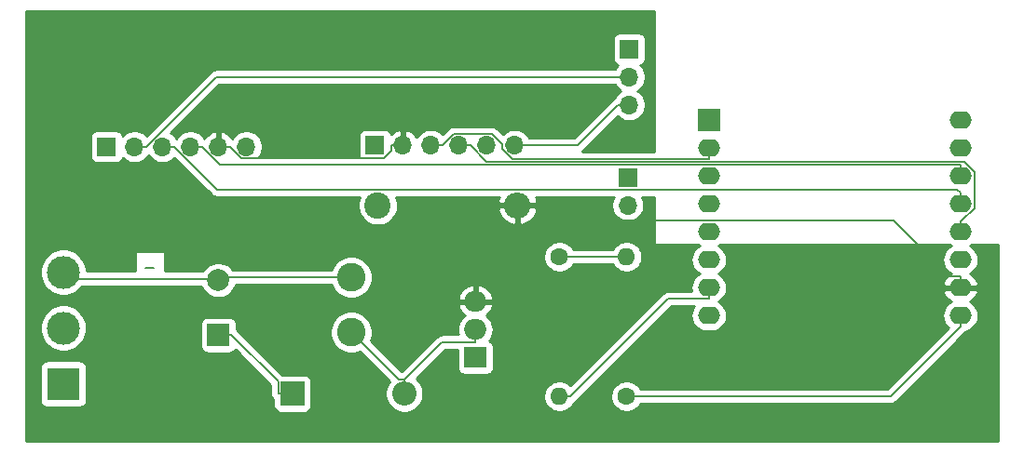
<source format=gbr>
G04 #@! TF.GenerationSoftware,KiCad,Pcbnew,5.1.5+dfsg1-2build2*
G04 #@! TF.CreationDate,2020-08-29T17:36:53+02:00*
G04 #@! TF.ProjectId,fubar,66756261-722e-46b6-9963-61645f706362,rev?*
G04 #@! TF.SameCoordinates,Original*
G04 #@! TF.FileFunction,Copper,L1,Top*
G04 #@! TF.FilePolarity,Positive*
%FSLAX46Y46*%
G04 Gerber Fmt 4.6, Leading zero omitted, Abs format (unit mm)*
G04 Created by KiCad (PCBNEW 5.1.5+dfsg1-2build2) date 2020-08-29 17:36:53*
%MOMM*%
%LPD*%
G04 APERTURE LIST*
%ADD10C,0.150000*%
%ADD11R,1.700000X1.700000*%
%ADD12O,1.700000X1.700000*%
%ADD13R,3.000000X3.000000*%
%ADD14C,3.000000*%
%ADD15O,2.000000X1.600000*%
%ADD16R,2.000000X2.000000*%
%ADD17C,2.000000*%
%ADD18R,2.200000X2.200000*%
%ADD19O,2.200000X2.200000*%
%ADD20C,2.600000*%
%ADD21R,2.000000X1.905000*%
%ADD22O,2.000000X1.905000*%
%ADD23C,2.400000*%
%ADD24O,2.400000X2.400000*%
%ADD25O,1.600000X1.600000*%
%ADD26C,1.600000*%
%ADD27C,0.127000*%
%ADD28C,0.254000*%
G04 APERTURE END LIST*
D10*
X132969047Y-83256428D02*
X133730952Y-83256428D01*
D11*
X176784000Y-75057000D03*
D12*
X176784000Y-77597000D03*
D13*
X125476000Y-93853000D03*
D14*
X125476000Y-88773000D03*
X125476000Y-83693000D03*
D15*
X184150000Y-72390000D03*
D16*
X184150000Y-69850000D03*
D15*
X184150000Y-74930000D03*
X184150000Y-77470000D03*
X184150000Y-80010000D03*
X184150000Y-82550000D03*
X184150000Y-85090000D03*
X184150000Y-87630000D03*
X207010000Y-87630000D03*
X207010000Y-85090000D03*
X207010000Y-82550000D03*
X207010000Y-80010000D03*
X207010000Y-77470000D03*
X207010000Y-74930000D03*
X207010000Y-72390000D03*
X207010000Y-69850000D03*
D16*
X139573000Y-89408000D03*
D17*
X139573000Y-84408000D03*
D18*
X146304000Y-94742000D03*
D19*
X156464000Y-94742000D03*
D12*
X142113000Y-72263000D03*
X139573000Y-72263000D03*
X137033000Y-72263000D03*
X134493000Y-72263000D03*
X131953000Y-72263000D03*
D11*
X129413000Y-72263000D03*
X176911000Y-63373000D03*
D12*
X176911000Y-65913000D03*
X176911000Y-68453000D03*
D20*
X151638000Y-89154000D03*
X151638000Y-84154000D03*
D11*
X153797000Y-72136000D03*
D12*
X156337000Y-72136000D03*
X158877000Y-72136000D03*
X161417000Y-72136000D03*
X163957000Y-72136000D03*
X166497000Y-72136000D03*
D21*
X162941000Y-91440000D03*
D22*
X162941000Y-88900000D03*
X162941000Y-86360000D03*
D23*
X154051000Y-77597000D03*
D24*
X166751000Y-77597000D03*
D25*
X176657000Y-82296000D03*
D26*
X176657000Y-94996000D03*
X170561000Y-82296000D03*
D25*
X170561000Y-94996000D03*
D27*
X207010000Y-85090000D02*
X207010000Y-84099200D01*
X166751000Y-77597000D02*
X168141800Y-77597000D01*
X168141800Y-77597000D02*
X169532600Y-78987800D01*
X169532600Y-78987800D02*
X200907800Y-78987800D01*
X200907800Y-78987800D02*
X206019200Y-84099200D01*
X206019200Y-84099200D02*
X207010000Y-84099200D01*
X139573000Y-72263000D02*
X140613800Y-72263000D01*
X156337000Y-72136000D02*
X155296200Y-72136000D01*
X155296200Y-72136000D02*
X155296200Y-72656400D01*
X155296200Y-72656400D02*
X154629200Y-73323400D01*
X154629200Y-73323400D02*
X141674200Y-73323400D01*
X141674200Y-73323400D02*
X140613800Y-72263000D01*
X207010000Y-74930000D02*
X207010000Y-73939200D01*
X137033000Y-72263000D02*
X138073800Y-72263000D01*
X138073800Y-72263000D02*
X139750000Y-73939200D01*
X139750000Y-73939200D02*
X207010000Y-73939200D01*
X207010000Y-77470000D02*
X207010000Y-76479200D01*
X134493000Y-72263000D02*
X135533800Y-72263000D01*
X135533800Y-72263000D02*
X139433600Y-76162800D01*
X139433600Y-76162800D02*
X206693600Y-76162800D01*
X206693600Y-76162800D02*
X207010000Y-76479200D01*
X170561000Y-94996000D02*
X171551800Y-94996000D01*
X184150000Y-85090000D02*
X184150000Y-86080800D01*
X171551800Y-94996000D02*
X180467000Y-86080800D01*
X180467000Y-86080800D02*
X184150000Y-86080800D01*
X146304000Y-94742000D02*
X145013200Y-94742000D01*
X139573000Y-89408000D02*
X140763800Y-89408000D01*
X145013200Y-94742000D02*
X145013200Y-93657400D01*
X145013200Y-93657400D02*
X140763800Y-89408000D01*
X139573000Y-84281000D02*
X126064000Y-84281000D01*
X126064000Y-84281000D02*
X125476000Y-83693000D01*
X151638000Y-84154000D02*
X139700000Y-84154000D01*
X139700000Y-84154000D02*
X139573000Y-84281000D01*
X139573000Y-84281000D02*
X139573000Y-84408000D01*
X207010000Y-87630000D02*
X207010000Y-88620800D01*
X176657000Y-94996000D02*
X200634800Y-94996000D01*
X200634800Y-94996000D02*
X207010000Y-88620800D01*
X162941000Y-88900000D02*
X162941000Y-90043300D01*
X162941000Y-90043300D02*
X159871900Y-90043300D01*
X159871900Y-90043300D02*
X156464000Y-93451200D01*
X156464000Y-94742000D02*
X156464000Y-93451200D01*
X151638000Y-89154000D02*
X155935200Y-93451200D01*
X155935200Y-93451200D02*
X156464000Y-93451200D01*
X131953000Y-72263000D02*
X132993800Y-72263000D01*
X176911000Y-65913000D02*
X139343800Y-65913000D01*
X139343800Y-65913000D02*
X132993800Y-72263000D01*
X176911000Y-68453000D02*
X175870200Y-68453000D01*
X166497000Y-72136000D02*
X172187200Y-72136000D01*
X172187200Y-72136000D02*
X175870200Y-68453000D01*
X184150000Y-72390000D02*
X184150000Y-73380800D01*
X158877000Y-72136000D02*
X159917800Y-72136000D01*
X159917800Y-72136000D02*
X160966400Y-71087400D01*
X160966400Y-71087400D02*
X164392300Y-71087400D01*
X164392300Y-71087400D02*
X165340700Y-72035800D01*
X165340700Y-72035800D02*
X165340700Y-72463700D01*
X165340700Y-72463700D02*
X166257800Y-73380800D01*
X166257800Y-73380800D02*
X184150000Y-73380800D01*
X207010000Y-80010000D02*
X207010000Y-79019200D01*
X161417000Y-72136000D02*
X162457800Y-72136000D01*
X162457800Y-72136000D02*
X163956900Y-73635100D01*
X163956900Y-73635100D02*
X207342300Y-73635100D01*
X207342300Y-73635100D02*
X208254900Y-74547700D01*
X208254900Y-74547700D02*
X208254900Y-77850600D01*
X208254900Y-77850600D02*
X207086300Y-79019200D01*
X207086300Y-79019200D02*
X207010000Y-79019200D01*
X170561000Y-82296000D02*
X176657000Y-82296000D01*
D28*
G36*
X179197000Y-72682300D02*
G01*
X172622582Y-72682300D01*
X172683503Y-72632303D01*
X172705375Y-72605652D01*
X175834460Y-69476567D01*
X175964368Y-69606475D01*
X176207589Y-69768990D01*
X176477842Y-69880932D01*
X176764740Y-69938000D01*
X177057260Y-69938000D01*
X177344158Y-69880932D01*
X177614411Y-69768990D01*
X177857632Y-69606475D01*
X178064475Y-69399632D01*
X178226990Y-69156411D01*
X178338932Y-68886158D01*
X178396000Y-68599260D01*
X178396000Y-68306740D01*
X178338932Y-68019842D01*
X178226990Y-67749589D01*
X178064475Y-67506368D01*
X177857632Y-67299525D01*
X177683240Y-67183000D01*
X177857632Y-67066475D01*
X178064475Y-66859632D01*
X178226990Y-66616411D01*
X178338932Y-66346158D01*
X178396000Y-66059260D01*
X178396000Y-65766740D01*
X178338932Y-65479842D01*
X178226990Y-65209589D01*
X178064475Y-64966368D01*
X177932620Y-64834513D01*
X178005180Y-64812502D01*
X178115494Y-64753537D01*
X178212185Y-64674185D01*
X178291537Y-64577494D01*
X178350502Y-64467180D01*
X178386812Y-64347482D01*
X178399072Y-64223000D01*
X178399072Y-62523000D01*
X178386812Y-62398518D01*
X178350502Y-62278820D01*
X178291537Y-62168506D01*
X178212185Y-62071815D01*
X178115494Y-61992463D01*
X178005180Y-61933498D01*
X177885482Y-61897188D01*
X177761000Y-61884928D01*
X176061000Y-61884928D01*
X175936518Y-61897188D01*
X175816820Y-61933498D01*
X175706506Y-61992463D01*
X175609815Y-62071815D01*
X175530463Y-62168506D01*
X175471498Y-62278820D01*
X175435188Y-62398518D01*
X175422928Y-62523000D01*
X175422928Y-64223000D01*
X175435188Y-64347482D01*
X175471498Y-64467180D01*
X175530463Y-64577494D01*
X175609815Y-64674185D01*
X175706506Y-64753537D01*
X175816820Y-64812502D01*
X175889380Y-64834513D01*
X175757525Y-64966368D01*
X175595010Y-65209589D01*
X175592976Y-65214500D01*
X139378097Y-65214500D01*
X139343799Y-65211122D01*
X139309501Y-65214500D01*
X139309491Y-65214500D01*
X139206870Y-65224607D01*
X139075203Y-65264548D01*
X139075201Y-65264549D01*
X138953856Y-65329409D01*
X138874145Y-65394826D01*
X138874137Y-65394834D01*
X138847497Y-65416697D01*
X138825634Y-65443337D01*
X133029540Y-71239433D01*
X132899632Y-71109525D01*
X132656411Y-70947010D01*
X132386158Y-70835068D01*
X132099260Y-70778000D01*
X131806740Y-70778000D01*
X131519842Y-70835068D01*
X131249589Y-70947010D01*
X131006368Y-71109525D01*
X130874513Y-71241380D01*
X130852502Y-71168820D01*
X130793537Y-71058506D01*
X130714185Y-70961815D01*
X130617494Y-70882463D01*
X130507180Y-70823498D01*
X130387482Y-70787188D01*
X130263000Y-70774928D01*
X128563000Y-70774928D01*
X128438518Y-70787188D01*
X128318820Y-70823498D01*
X128208506Y-70882463D01*
X128111815Y-70961815D01*
X128032463Y-71058506D01*
X127973498Y-71168820D01*
X127937188Y-71288518D01*
X127924928Y-71413000D01*
X127924928Y-73113000D01*
X127937188Y-73237482D01*
X127973498Y-73357180D01*
X128032463Y-73467494D01*
X128111815Y-73564185D01*
X128208506Y-73643537D01*
X128318820Y-73702502D01*
X128438518Y-73738812D01*
X128563000Y-73751072D01*
X130263000Y-73751072D01*
X130387482Y-73738812D01*
X130507180Y-73702502D01*
X130617494Y-73643537D01*
X130714185Y-73564185D01*
X130793537Y-73467494D01*
X130852502Y-73357180D01*
X130874513Y-73284620D01*
X131006368Y-73416475D01*
X131249589Y-73578990D01*
X131519842Y-73690932D01*
X131806740Y-73748000D01*
X132099260Y-73748000D01*
X132386158Y-73690932D01*
X132656411Y-73578990D01*
X132899632Y-73416475D01*
X133106475Y-73209632D01*
X133223000Y-73035240D01*
X133339525Y-73209632D01*
X133546368Y-73416475D01*
X133789589Y-73578990D01*
X134059842Y-73690932D01*
X134346740Y-73748000D01*
X134639260Y-73748000D01*
X134926158Y-73690932D01*
X135196411Y-73578990D01*
X135439632Y-73416475D01*
X135569540Y-73286567D01*
X138915429Y-76632457D01*
X138937297Y-76659103D01*
X138963943Y-76680971D01*
X138963946Y-76680974D01*
X139043656Y-76746391D01*
X139165001Y-76811251D01*
X139165003Y-76811252D01*
X139296670Y-76851193D01*
X139399291Y-76861300D01*
X139399301Y-76861300D01*
X139433599Y-76864678D01*
X139467897Y-76861300D01*
X152369547Y-76861300D01*
X152286518Y-77061750D01*
X152216000Y-77416268D01*
X152216000Y-77777732D01*
X152286518Y-78132250D01*
X152424844Y-78466199D01*
X152625662Y-78766744D01*
X152881256Y-79022338D01*
X153181801Y-79223156D01*
X153515750Y-79361482D01*
X153870268Y-79432000D01*
X154231732Y-79432000D01*
X154586250Y-79361482D01*
X154920199Y-79223156D01*
X155220744Y-79022338D01*
X155476338Y-78766744D01*
X155677156Y-78466199D01*
X155815482Y-78132250D01*
X155840036Y-78008805D01*
X164962805Y-78008805D01*
X165035379Y-78248066D01*
X165195361Y-78570257D01*
X165415125Y-78855046D01*
X165686226Y-79091489D01*
X165998246Y-79270500D01*
X166339194Y-79385199D01*
X166624000Y-79268854D01*
X166624000Y-77724000D01*
X166878000Y-77724000D01*
X166878000Y-79268854D01*
X167162806Y-79385199D01*
X167503754Y-79270500D01*
X167815774Y-79091489D01*
X168086875Y-78855046D01*
X168306639Y-78570257D01*
X168466621Y-78248066D01*
X168539195Y-78008805D01*
X168422432Y-77724000D01*
X166878000Y-77724000D01*
X166624000Y-77724000D01*
X165079568Y-77724000D01*
X164962805Y-78008805D01*
X155840036Y-78008805D01*
X155886000Y-77777732D01*
X155886000Y-77416268D01*
X155815482Y-77061750D01*
X155732453Y-76861300D01*
X165077404Y-76861300D01*
X165035379Y-76945934D01*
X164962805Y-77185195D01*
X165079568Y-77470000D01*
X166624000Y-77470000D01*
X166624000Y-77450000D01*
X166878000Y-77450000D01*
X166878000Y-77470000D01*
X168422432Y-77470000D01*
X168539195Y-77185195D01*
X168466621Y-76945934D01*
X168424596Y-76861300D01*
X175489585Y-76861300D01*
X175468010Y-76893589D01*
X175356068Y-77163842D01*
X175299000Y-77450740D01*
X175299000Y-77743260D01*
X175356068Y-78030158D01*
X175468010Y-78300411D01*
X175630525Y-78543632D01*
X175837368Y-78750475D01*
X176080589Y-78912990D01*
X176350842Y-79024932D01*
X176637740Y-79082000D01*
X176930260Y-79082000D01*
X177217158Y-79024932D01*
X177487411Y-78912990D01*
X177730632Y-78750475D01*
X177937475Y-78543632D01*
X178099990Y-78300411D01*
X178211932Y-78030158D01*
X178269000Y-77743260D01*
X178269000Y-77450740D01*
X178211932Y-77163842D01*
X178099990Y-76893589D01*
X178078415Y-76861300D01*
X179197000Y-76861300D01*
X179197000Y-81026000D01*
X179199440Y-81050776D01*
X179206667Y-81074601D01*
X179218403Y-81096557D01*
X179234197Y-81115803D01*
X179253443Y-81131597D01*
X179275399Y-81143333D01*
X179299224Y-81150560D01*
X179324000Y-81153000D01*
X183080746Y-81153000D01*
X183148899Y-81208932D01*
X183281858Y-81280000D01*
X183148899Y-81351068D01*
X182930392Y-81530392D01*
X182751068Y-81748899D01*
X182617818Y-81998192D01*
X182535764Y-82268691D01*
X182508057Y-82550000D01*
X182535764Y-82831309D01*
X182617818Y-83101808D01*
X182751068Y-83351101D01*
X182930392Y-83569608D01*
X183148899Y-83748932D01*
X183281858Y-83820000D01*
X183148899Y-83891068D01*
X182930392Y-84070392D01*
X182751068Y-84288899D01*
X182617818Y-84538192D01*
X182535764Y-84808691D01*
X182508057Y-85090000D01*
X182535764Y-85371309D01*
X182539098Y-85382300D01*
X180501298Y-85382300D01*
X180467000Y-85378922D01*
X180432702Y-85382300D01*
X180432691Y-85382300D01*
X180330070Y-85392407D01*
X180198403Y-85432348D01*
X180164907Y-85450252D01*
X180077056Y-85497209D01*
X179997346Y-85562626D01*
X179997343Y-85562629D01*
X179970697Y-85584497D01*
X179948829Y-85611143D01*
X171577184Y-93982788D01*
X171475759Y-93881363D01*
X171240727Y-93724320D01*
X170979574Y-93616147D01*
X170702335Y-93561000D01*
X170419665Y-93561000D01*
X170142426Y-93616147D01*
X169881273Y-93724320D01*
X169646241Y-93881363D01*
X169446363Y-94081241D01*
X169289320Y-94316273D01*
X169181147Y-94577426D01*
X169126000Y-94854665D01*
X169126000Y-95137335D01*
X169181147Y-95414574D01*
X169289320Y-95675727D01*
X169446363Y-95910759D01*
X169646241Y-96110637D01*
X169881273Y-96267680D01*
X170142426Y-96375853D01*
X170419665Y-96431000D01*
X170702335Y-96431000D01*
X170979574Y-96375853D01*
X171240727Y-96267680D01*
X171475759Y-96110637D01*
X171675637Y-95910759D01*
X171832680Y-95675727D01*
X171852811Y-95627126D01*
X171941743Y-95579591D01*
X172048103Y-95492303D01*
X172069975Y-95465652D01*
X172680962Y-94854665D01*
X175222000Y-94854665D01*
X175222000Y-95137335D01*
X175277147Y-95414574D01*
X175385320Y-95675727D01*
X175542363Y-95910759D01*
X175742241Y-96110637D01*
X175977273Y-96267680D01*
X176238426Y-96375853D01*
X176515665Y-96431000D01*
X176798335Y-96431000D01*
X177075574Y-96375853D01*
X177336727Y-96267680D01*
X177571759Y-96110637D01*
X177771637Y-95910759D01*
X177916136Y-95694500D01*
X200600502Y-95694500D01*
X200634800Y-95697878D01*
X200669098Y-95694500D01*
X200669109Y-95694500D01*
X200771730Y-95684393D01*
X200903397Y-95644452D01*
X201024743Y-95579591D01*
X201131103Y-95492303D01*
X201152975Y-95465652D01*
X207479657Y-89138971D01*
X207506303Y-89117103D01*
X207528173Y-89090455D01*
X207590897Y-89014027D01*
X207761808Y-88962182D01*
X208011101Y-88828932D01*
X208229608Y-88649608D01*
X208408932Y-88431101D01*
X208542182Y-88181808D01*
X208624236Y-87911309D01*
X208651943Y-87630000D01*
X208624236Y-87348691D01*
X208542182Y-87078192D01*
X208408932Y-86828899D01*
X208229608Y-86610392D01*
X208011101Y-86431068D01*
X207881655Y-86361878D01*
X207899227Y-86354430D01*
X208132662Y-86195673D01*
X208330639Y-85994425D01*
X208485551Y-85758421D01*
X208591444Y-85496730D01*
X208601904Y-85439039D01*
X208479915Y-85217000D01*
X207137000Y-85217000D01*
X207137000Y-85237000D01*
X206883000Y-85237000D01*
X206883000Y-85217000D01*
X205540085Y-85217000D01*
X205418096Y-85439039D01*
X205428556Y-85496730D01*
X205534449Y-85758421D01*
X205689361Y-85994425D01*
X205887338Y-86195673D01*
X206120773Y-86354430D01*
X206138345Y-86361878D01*
X206008899Y-86431068D01*
X205790392Y-86610392D01*
X205611068Y-86828899D01*
X205477818Y-87078192D01*
X205395764Y-87348691D01*
X205368057Y-87630000D01*
X205395764Y-87911309D01*
X205477818Y-88181808D01*
X205611068Y-88431101D01*
X205790392Y-88649608D01*
X205901874Y-88741099D01*
X200345473Y-94297500D01*
X177916136Y-94297500D01*
X177771637Y-94081241D01*
X177571759Y-93881363D01*
X177336727Y-93724320D01*
X177075574Y-93616147D01*
X176798335Y-93561000D01*
X176515665Y-93561000D01*
X176238426Y-93616147D01*
X175977273Y-93724320D01*
X175742241Y-93881363D01*
X175542363Y-94081241D01*
X175385320Y-94316273D01*
X175277147Y-94577426D01*
X175222000Y-94854665D01*
X172680962Y-94854665D01*
X180756328Y-86779300D01*
X182791773Y-86779300D01*
X182751068Y-86828899D01*
X182617818Y-87078192D01*
X182535764Y-87348691D01*
X182508057Y-87630000D01*
X182535764Y-87911309D01*
X182617818Y-88181808D01*
X182751068Y-88431101D01*
X182930392Y-88649608D01*
X183148899Y-88828932D01*
X183398192Y-88962182D01*
X183668691Y-89044236D01*
X183879508Y-89065000D01*
X184420492Y-89065000D01*
X184631309Y-89044236D01*
X184901808Y-88962182D01*
X185151101Y-88828932D01*
X185369608Y-88649608D01*
X185548932Y-88431101D01*
X185682182Y-88181808D01*
X185764236Y-87911309D01*
X185791943Y-87630000D01*
X185764236Y-87348691D01*
X185682182Y-87078192D01*
X185548932Y-86828899D01*
X185369608Y-86610392D01*
X185151101Y-86431068D01*
X185018142Y-86360000D01*
X185151101Y-86288932D01*
X185369608Y-86109608D01*
X185548932Y-85891101D01*
X185682182Y-85641808D01*
X185764236Y-85371309D01*
X185791943Y-85090000D01*
X185764236Y-84808691D01*
X185682182Y-84538192D01*
X185548932Y-84288899D01*
X185369608Y-84070392D01*
X185151101Y-83891068D01*
X185018142Y-83820000D01*
X185151101Y-83748932D01*
X185369608Y-83569608D01*
X185548932Y-83351101D01*
X185682182Y-83101808D01*
X185764236Y-82831309D01*
X185791943Y-82550000D01*
X185764236Y-82268691D01*
X185682182Y-81998192D01*
X185548932Y-81748899D01*
X185369608Y-81530392D01*
X185151101Y-81351068D01*
X185018142Y-81280000D01*
X185151101Y-81208932D01*
X185219254Y-81153000D01*
X205940746Y-81153000D01*
X206008899Y-81208932D01*
X206141858Y-81280000D01*
X206008899Y-81351068D01*
X205790392Y-81530392D01*
X205611068Y-81748899D01*
X205477818Y-81998192D01*
X205395764Y-82268691D01*
X205368057Y-82550000D01*
X205395764Y-82831309D01*
X205477818Y-83101808D01*
X205611068Y-83351101D01*
X205790392Y-83569608D01*
X206008899Y-83748932D01*
X206138345Y-83818122D01*
X206120773Y-83825570D01*
X205887338Y-83984327D01*
X205689361Y-84185575D01*
X205534449Y-84421579D01*
X205428556Y-84683270D01*
X205418096Y-84740961D01*
X205540085Y-84963000D01*
X206883000Y-84963000D01*
X206883000Y-84943000D01*
X207137000Y-84943000D01*
X207137000Y-84963000D01*
X208479915Y-84963000D01*
X208601904Y-84740961D01*
X208591444Y-84683270D01*
X208485551Y-84421579D01*
X208330639Y-84185575D01*
X208132662Y-83984327D01*
X207899227Y-83825570D01*
X207881655Y-83818122D01*
X208011101Y-83748932D01*
X208229608Y-83569608D01*
X208408932Y-83351101D01*
X208542182Y-83101808D01*
X208624236Y-82831309D01*
X208651943Y-82550000D01*
X208624236Y-82268691D01*
X208542182Y-81998192D01*
X208408932Y-81748899D01*
X208229608Y-81530392D01*
X208011101Y-81351068D01*
X207878142Y-81280000D01*
X208011101Y-81208932D01*
X208079254Y-81153000D01*
X210414001Y-81153000D01*
X210414001Y-99035000D01*
X122072000Y-99035000D01*
X122072000Y-92353000D01*
X123337928Y-92353000D01*
X123337928Y-95353000D01*
X123350188Y-95477482D01*
X123386498Y-95597180D01*
X123445463Y-95707494D01*
X123524815Y-95804185D01*
X123621506Y-95883537D01*
X123731820Y-95942502D01*
X123851518Y-95978812D01*
X123976000Y-95991072D01*
X126976000Y-95991072D01*
X127100482Y-95978812D01*
X127220180Y-95942502D01*
X127330494Y-95883537D01*
X127427185Y-95804185D01*
X127506537Y-95707494D01*
X127565502Y-95597180D01*
X127601812Y-95477482D01*
X127614072Y-95353000D01*
X127614072Y-92353000D01*
X127601812Y-92228518D01*
X127565502Y-92108820D01*
X127506537Y-91998506D01*
X127427185Y-91901815D01*
X127330494Y-91822463D01*
X127220180Y-91763498D01*
X127100482Y-91727188D01*
X126976000Y-91714928D01*
X123976000Y-91714928D01*
X123851518Y-91727188D01*
X123731820Y-91763498D01*
X123621506Y-91822463D01*
X123524815Y-91901815D01*
X123445463Y-91998506D01*
X123386498Y-92108820D01*
X123350188Y-92228518D01*
X123337928Y-92353000D01*
X122072000Y-92353000D01*
X122072000Y-88562721D01*
X123341000Y-88562721D01*
X123341000Y-88983279D01*
X123423047Y-89395756D01*
X123583988Y-89784302D01*
X123817637Y-90133983D01*
X124115017Y-90431363D01*
X124464698Y-90665012D01*
X124853244Y-90825953D01*
X125265721Y-90908000D01*
X125686279Y-90908000D01*
X126098756Y-90825953D01*
X126487302Y-90665012D01*
X126836983Y-90431363D01*
X127134363Y-90133983D01*
X127368012Y-89784302D01*
X127528953Y-89395756D01*
X127611000Y-88983279D01*
X127611000Y-88562721D01*
X127580224Y-88408000D01*
X137934928Y-88408000D01*
X137934928Y-90408000D01*
X137947188Y-90532482D01*
X137983498Y-90652180D01*
X138042463Y-90762494D01*
X138121815Y-90859185D01*
X138218506Y-90938537D01*
X138328820Y-90997502D01*
X138448518Y-91033812D01*
X138573000Y-91046072D01*
X140573000Y-91046072D01*
X140697482Y-91033812D01*
X140817180Y-90997502D01*
X140927494Y-90938537D01*
X141024185Y-90859185D01*
X141103537Y-90762494D01*
X141112917Y-90744945D01*
X144314701Y-93946730D01*
X144314700Y-94707691D01*
X144311321Y-94742000D01*
X144324807Y-94878930D01*
X144364748Y-95010597D01*
X144429609Y-95131943D01*
X144516897Y-95238303D01*
X144565928Y-95278542D01*
X144565928Y-95842000D01*
X144578188Y-95966482D01*
X144614498Y-96086180D01*
X144673463Y-96196494D01*
X144752815Y-96293185D01*
X144849506Y-96372537D01*
X144959820Y-96431502D01*
X145079518Y-96467812D01*
X145204000Y-96480072D01*
X147404000Y-96480072D01*
X147528482Y-96467812D01*
X147648180Y-96431502D01*
X147758494Y-96372537D01*
X147855185Y-96293185D01*
X147934537Y-96196494D01*
X147993502Y-96086180D01*
X148029812Y-95966482D01*
X148042072Y-95842000D01*
X148042072Y-93642000D01*
X148029812Y-93517518D01*
X147993502Y-93397820D01*
X147934537Y-93287506D01*
X147855185Y-93190815D01*
X147758494Y-93111463D01*
X147648180Y-93052498D01*
X147528482Y-93016188D01*
X147404000Y-93003928D01*
X145347557Y-93003928D01*
X141307047Y-88963419D01*
X149703000Y-88963419D01*
X149703000Y-89344581D01*
X149777361Y-89718419D01*
X149923225Y-90070566D01*
X150134987Y-90387491D01*
X150404509Y-90657013D01*
X150721434Y-90868775D01*
X151073581Y-91014639D01*
X151447419Y-91089000D01*
X151828581Y-91089000D01*
X152202419Y-91014639D01*
X152420486Y-90924313D01*
X155124256Y-93628083D01*
X155116337Y-93636002D01*
X154926463Y-93920169D01*
X154795675Y-94235919D01*
X154729000Y-94571117D01*
X154729000Y-94912883D01*
X154795675Y-95248081D01*
X154926463Y-95563831D01*
X155116337Y-95847998D01*
X155358002Y-96089663D01*
X155642169Y-96279537D01*
X155957919Y-96410325D01*
X156293117Y-96477000D01*
X156634883Y-96477000D01*
X156970081Y-96410325D01*
X157285831Y-96279537D01*
X157569998Y-96089663D01*
X157811663Y-95847998D01*
X158001537Y-95563831D01*
X158132325Y-95248081D01*
X158199000Y-94912883D01*
X158199000Y-94571117D01*
X158132325Y-94235919D01*
X158001537Y-93920169D01*
X157811663Y-93636002D01*
X157569998Y-93394337D01*
X157533247Y-93369781D01*
X160161228Y-90741800D01*
X161302928Y-90741800D01*
X161302928Y-92392500D01*
X161315188Y-92516982D01*
X161351498Y-92636680D01*
X161410463Y-92746994D01*
X161489815Y-92843685D01*
X161586506Y-92923037D01*
X161696820Y-92982002D01*
X161816518Y-93018312D01*
X161941000Y-93030572D01*
X163941000Y-93030572D01*
X164065482Y-93018312D01*
X164185180Y-92982002D01*
X164295494Y-92923037D01*
X164392185Y-92843685D01*
X164471537Y-92746994D01*
X164530502Y-92636680D01*
X164566812Y-92516982D01*
X164579072Y-92392500D01*
X164579072Y-90487500D01*
X164566812Y-90363018D01*
X164530502Y-90243320D01*
X164471537Y-90133006D01*
X164392185Y-90036315D01*
X164295494Y-89956963D01*
X164211554Y-89912095D01*
X164314845Y-89786235D01*
X164462255Y-89510449D01*
X164553030Y-89211204D01*
X164583681Y-88900000D01*
X164553030Y-88588796D01*
X164462255Y-88289551D01*
X164314845Y-88013765D01*
X164116463Y-87772037D01*
X163937101Y-87624837D01*
X164122315Y-87469437D01*
X164316969Y-87226923D01*
X164460571Y-86951094D01*
X164531563Y-86732980D01*
X164411594Y-86487000D01*
X163068000Y-86487000D01*
X163068000Y-86507000D01*
X162814000Y-86507000D01*
X162814000Y-86487000D01*
X161470406Y-86487000D01*
X161350437Y-86732980D01*
X161421429Y-86951094D01*
X161565031Y-87226923D01*
X161759685Y-87469437D01*
X161944899Y-87624837D01*
X161765537Y-87772037D01*
X161567155Y-88013765D01*
X161419745Y-88289551D01*
X161328970Y-88588796D01*
X161298319Y-88900000D01*
X161328970Y-89211204D01*
X161369496Y-89344800D01*
X159906197Y-89344800D01*
X159871899Y-89341422D01*
X159837601Y-89344800D01*
X159837591Y-89344800D01*
X159734970Y-89354907D01*
X159603303Y-89394848D01*
X159603301Y-89394849D01*
X159481956Y-89459709D01*
X159402245Y-89525127D01*
X159375597Y-89546997D01*
X159353729Y-89573643D01*
X156199600Y-92727772D01*
X153408313Y-89936486D01*
X153498639Y-89718419D01*
X153573000Y-89344581D01*
X153573000Y-88963419D01*
X153498639Y-88589581D01*
X153352775Y-88237434D01*
X153141013Y-87920509D01*
X152871491Y-87650987D01*
X152554566Y-87439225D01*
X152202419Y-87293361D01*
X151828581Y-87219000D01*
X151447419Y-87219000D01*
X151073581Y-87293361D01*
X150721434Y-87439225D01*
X150404509Y-87650987D01*
X150134987Y-87920509D01*
X149923225Y-88237434D01*
X149777361Y-88589581D01*
X149703000Y-88963419D01*
X141307047Y-88963419D01*
X141281975Y-88938348D01*
X141260103Y-88911697D01*
X141211072Y-88871458D01*
X141211072Y-88408000D01*
X141198812Y-88283518D01*
X141162502Y-88163820D01*
X141103537Y-88053506D01*
X141024185Y-87956815D01*
X140927494Y-87877463D01*
X140817180Y-87818498D01*
X140697482Y-87782188D01*
X140573000Y-87769928D01*
X138573000Y-87769928D01*
X138448518Y-87782188D01*
X138328820Y-87818498D01*
X138218506Y-87877463D01*
X138121815Y-87956815D01*
X138042463Y-88053506D01*
X137983498Y-88163820D01*
X137947188Y-88283518D01*
X137934928Y-88408000D01*
X127580224Y-88408000D01*
X127528953Y-88150244D01*
X127368012Y-87761698D01*
X127134363Y-87412017D01*
X126836983Y-87114637D01*
X126487302Y-86880988D01*
X126098756Y-86720047D01*
X125686279Y-86638000D01*
X125265721Y-86638000D01*
X124853244Y-86720047D01*
X124464698Y-86880988D01*
X124115017Y-87114637D01*
X123817637Y-87412017D01*
X123583988Y-87761698D01*
X123423047Y-88150244D01*
X123341000Y-88562721D01*
X122072000Y-88562721D01*
X122072000Y-83482721D01*
X123341000Y-83482721D01*
X123341000Y-83903279D01*
X123423047Y-84315756D01*
X123583988Y-84704302D01*
X123817637Y-85053983D01*
X124115017Y-85351363D01*
X124464698Y-85585012D01*
X124853244Y-85745953D01*
X125265721Y-85828000D01*
X125686279Y-85828000D01*
X126098756Y-85745953D01*
X126487302Y-85585012D01*
X126836983Y-85351363D01*
X127134363Y-85053983D01*
X127184131Y-84979500D01*
X138040012Y-84979500D01*
X138124082Y-85182463D01*
X138303013Y-85450252D01*
X138530748Y-85677987D01*
X138798537Y-85856918D01*
X139096088Y-85980168D01*
X139411967Y-86043000D01*
X139734033Y-86043000D01*
X140049912Y-85980168D01*
X140347463Y-85856918D01*
X140615252Y-85677987D01*
X140842987Y-85450252D01*
X141021918Y-85182463D01*
X141145168Y-84884912D01*
X141151615Y-84852500D01*
X149832899Y-84852500D01*
X149923225Y-85070566D01*
X150134987Y-85387491D01*
X150404509Y-85657013D01*
X150721434Y-85868775D01*
X151073581Y-86014639D01*
X151447419Y-86089000D01*
X151828581Y-86089000D01*
X152202419Y-86014639D01*
X152269097Y-85987020D01*
X161350437Y-85987020D01*
X161470406Y-86233000D01*
X162814000Y-86233000D01*
X162814000Y-84934430D01*
X163068000Y-84934430D01*
X163068000Y-86233000D01*
X164411594Y-86233000D01*
X164531563Y-85987020D01*
X164460571Y-85768906D01*
X164316969Y-85493077D01*
X164122315Y-85250563D01*
X163884089Y-85050684D01*
X163611446Y-84901121D01*
X163314863Y-84807622D01*
X163068000Y-84934430D01*
X162814000Y-84934430D01*
X162567137Y-84807622D01*
X162270554Y-84901121D01*
X161997911Y-85050684D01*
X161759685Y-85250563D01*
X161565031Y-85493077D01*
X161421429Y-85768906D01*
X161350437Y-85987020D01*
X152269097Y-85987020D01*
X152554566Y-85868775D01*
X152871491Y-85657013D01*
X153141013Y-85387491D01*
X153352775Y-85070566D01*
X153498639Y-84718419D01*
X153573000Y-84344581D01*
X153573000Y-83963419D01*
X153498639Y-83589581D01*
X153352775Y-83237434D01*
X153141013Y-82920509D01*
X152871491Y-82650987D01*
X152554566Y-82439225D01*
X152202419Y-82293361D01*
X151828581Y-82219000D01*
X151447419Y-82219000D01*
X151073581Y-82293361D01*
X150721434Y-82439225D01*
X150404509Y-82650987D01*
X150134987Y-82920509D01*
X149923225Y-83237434D01*
X149832899Y-83455500D01*
X140902957Y-83455500D01*
X140842987Y-83365748D01*
X140615252Y-83138013D01*
X140347463Y-82959082D01*
X140049912Y-82835832D01*
X139734033Y-82773000D01*
X139411967Y-82773000D01*
X139096088Y-82835832D01*
X138798537Y-82959082D01*
X138530748Y-83138013D01*
X138303013Y-83365748D01*
X138158184Y-83582500D01*
X134679048Y-83582500D01*
X134679048Y-82154665D01*
X169126000Y-82154665D01*
X169126000Y-82437335D01*
X169181147Y-82714574D01*
X169289320Y-82975727D01*
X169446363Y-83210759D01*
X169646241Y-83410637D01*
X169881273Y-83567680D01*
X170142426Y-83675853D01*
X170419665Y-83731000D01*
X170702335Y-83731000D01*
X170979574Y-83675853D01*
X171240727Y-83567680D01*
X171475759Y-83410637D01*
X171675637Y-83210759D01*
X171820136Y-82994500D01*
X175397864Y-82994500D01*
X175542363Y-83210759D01*
X175742241Y-83410637D01*
X175977273Y-83567680D01*
X176238426Y-83675853D01*
X176515665Y-83731000D01*
X176798335Y-83731000D01*
X177075574Y-83675853D01*
X177336727Y-83567680D01*
X177571759Y-83410637D01*
X177771637Y-83210759D01*
X177928680Y-82975727D01*
X178036853Y-82714574D01*
X178092000Y-82437335D01*
X178092000Y-82154665D01*
X178036853Y-81877426D01*
X177928680Y-81616273D01*
X177771637Y-81381241D01*
X177571759Y-81181363D01*
X177336727Y-81024320D01*
X177075574Y-80916147D01*
X176798335Y-80861000D01*
X176515665Y-80861000D01*
X176238426Y-80916147D01*
X175977273Y-81024320D01*
X175742241Y-81181363D01*
X175542363Y-81381241D01*
X175397864Y-81597500D01*
X171820136Y-81597500D01*
X171675637Y-81381241D01*
X171475759Y-81181363D01*
X171240727Y-81024320D01*
X170979574Y-80916147D01*
X170702335Y-80861000D01*
X170419665Y-80861000D01*
X170142426Y-80916147D01*
X169881273Y-81024320D01*
X169646241Y-81181363D01*
X169446363Y-81381241D01*
X169289320Y-81616273D01*
X169181147Y-81877426D01*
X169126000Y-82154665D01*
X134679048Y-82154665D01*
X134679048Y-81792500D01*
X132020953Y-81792500D01*
X132020953Y-83582500D01*
X127611000Y-83582500D01*
X127611000Y-83482721D01*
X127528953Y-83070244D01*
X127368012Y-82681698D01*
X127134363Y-82332017D01*
X126836983Y-82034637D01*
X126487302Y-81800988D01*
X126098756Y-81640047D01*
X125686279Y-81558000D01*
X125265721Y-81558000D01*
X124853244Y-81640047D01*
X124464698Y-81800988D01*
X124115017Y-82034637D01*
X123817637Y-82332017D01*
X123583988Y-82681698D01*
X123423047Y-83070244D01*
X123341000Y-83482721D01*
X122072000Y-83482721D01*
X122072000Y-59969000D01*
X179197000Y-59969000D01*
X179197000Y-72682300D01*
G37*
X179197000Y-72682300D02*
X172622582Y-72682300D01*
X172683503Y-72632303D01*
X172705375Y-72605652D01*
X175834460Y-69476567D01*
X175964368Y-69606475D01*
X176207589Y-69768990D01*
X176477842Y-69880932D01*
X176764740Y-69938000D01*
X177057260Y-69938000D01*
X177344158Y-69880932D01*
X177614411Y-69768990D01*
X177857632Y-69606475D01*
X178064475Y-69399632D01*
X178226990Y-69156411D01*
X178338932Y-68886158D01*
X178396000Y-68599260D01*
X178396000Y-68306740D01*
X178338932Y-68019842D01*
X178226990Y-67749589D01*
X178064475Y-67506368D01*
X177857632Y-67299525D01*
X177683240Y-67183000D01*
X177857632Y-67066475D01*
X178064475Y-66859632D01*
X178226990Y-66616411D01*
X178338932Y-66346158D01*
X178396000Y-66059260D01*
X178396000Y-65766740D01*
X178338932Y-65479842D01*
X178226990Y-65209589D01*
X178064475Y-64966368D01*
X177932620Y-64834513D01*
X178005180Y-64812502D01*
X178115494Y-64753537D01*
X178212185Y-64674185D01*
X178291537Y-64577494D01*
X178350502Y-64467180D01*
X178386812Y-64347482D01*
X178399072Y-64223000D01*
X178399072Y-62523000D01*
X178386812Y-62398518D01*
X178350502Y-62278820D01*
X178291537Y-62168506D01*
X178212185Y-62071815D01*
X178115494Y-61992463D01*
X178005180Y-61933498D01*
X177885482Y-61897188D01*
X177761000Y-61884928D01*
X176061000Y-61884928D01*
X175936518Y-61897188D01*
X175816820Y-61933498D01*
X175706506Y-61992463D01*
X175609815Y-62071815D01*
X175530463Y-62168506D01*
X175471498Y-62278820D01*
X175435188Y-62398518D01*
X175422928Y-62523000D01*
X175422928Y-64223000D01*
X175435188Y-64347482D01*
X175471498Y-64467180D01*
X175530463Y-64577494D01*
X175609815Y-64674185D01*
X175706506Y-64753537D01*
X175816820Y-64812502D01*
X175889380Y-64834513D01*
X175757525Y-64966368D01*
X175595010Y-65209589D01*
X175592976Y-65214500D01*
X139378097Y-65214500D01*
X139343799Y-65211122D01*
X139309501Y-65214500D01*
X139309491Y-65214500D01*
X139206870Y-65224607D01*
X139075203Y-65264548D01*
X139075201Y-65264549D01*
X138953856Y-65329409D01*
X138874145Y-65394826D01*
X138874137Y-65394834D01*
X138847497Y-65416697D01*
X138825634Y-65443337D01*
X133029540Y-71239433D01*
X132899632Y-71109525D01*
X132656411Y-70947010D01*
X132386158Y-70835068D01*
X132099260Y-70778000D01*
X131806740Y-70778000D01*
X131519842Y-70835068D01*
X131249589Y-70947010D01*
X131006368Y-71109525D01*
X130874513Y-71241380D01*
X130852502Y-71168820D01*
X130793537Y-71058506D01*
X130714185Y-70961815D01*
X130617494Y-70882463D01*
X130507180Y-70823498D01*
X130387482Y-70787188D01*
X130263000Y-70774928D01*
X128563000Y-70774928D01*
X128438518Y-70787188D01*
X128318820Y-70823498D01*
X128208506Y-70882463D01*
X128111815Y-70961815D01*
X128032463Y-71058506D01*
X127973498Y-71168820D01*
X127937188Y-71288518D01*
X127924928Y-71413000D01*
X127924928Y-73113000D01*
X127937188Y-73237482D01*
X127973498Y-73357180D01*
X128032463Y-73467494D01*
X128111815Y-73564185D01*
X128208506Y-73643537D01*
X128318820Y-73702502D01*
X128438518Y-73738812D01*
X128563000Y-73751072D01*
X130263000Y-73751072D01*
X130387482Y-73738812D01*
X130507180Y-73702502D01*
X130617494Y-73643537D01*
X130714185Y-73564185D01*
X130793537Y-73467494D01*
X130852502Y-73357180D01*
X130874513Y-73284620D01*
X131006368Y-73416475D01*
X131249589Y-73578990D01*
X131519842Y-73690932D01*
X131806740Y-73748000D01*
X132099260Y-73748000D01*
X132386158Y-73690932D01*
X132656411Y-73578990D01*
X132899632Y-73416475D01*
X133106475Y-73209632D01*
X133223000Y-73035240D01*
X133339525Y-73209632D01*
X133546368Y-73416475D01*
X133789589Y-73578990D01*
X134059842Y-73690932D01*
X134346740Y-73748000D01*
X134639260Y-73748000D01*
X134926158Y-73690932D01*
X135196411Y-73578990D01*
X135439632Y-73416475D01*
X135569540Y-73286567D01*
X138915429Y-76632457D01*
X138937297Y-76659103D01*
X138963943Y-76680971D01*
X138963946Y-76680974D01*
X139043656Y-76746391D01*
X139165001Y-76811251D01*
X139165003Y-76811252D01*
X139296670Y-76851193D01*
X139399291Y-76861300D01*
X139399301Y-76861300D01*
X139433599Y-76864678D01*
X139467897Y-76861300D01*
X152369547Y-76861300D01*
X152286518Y-77061750D01*
X152216000Y-77416268D01*
X152216000Y-77777732D01*
X152286518Y-78132250D01*
X152424844Y-78466199D01*
X152625662Y-78766744D01*
X152881256Y-79022338D01*
X153181801Y-79223156D01*
X153515750Y-79361482D01*
X153870268Y-79432000D01*
X154231732Y-79432000D01*
X154586250Y-79361482D01*
X154920199Y-79223156D01*
X155220744Y-79022338D01*
X155476338Y-78766744D01*
X155677156Y-78466199D01*
X155815482Y-78132250D01*
X155840036Y-78008805D01*
X164962805Y-78008805D01*
X165035379Y-78248066D01*
X165195361Y-78570257D01*
X165415125Y-78855046D01*
X165686226Y-79091489D01*
X165998246Y-79270500D01*
X166339194Y-79385199D01*
X166624000Y-79268854D01*
X166624000Y-77724000D01*
X166878000Y-77724000D01*
X166878000Y-79268854D01*
X167162806Y-79385199D01*
X167503754Y-79270500D01*
X167815774Y-79091489D01*
X168086875Y-78855046D01*
X168306639Y-78570257D01*
X168466621Y-78248066D01*
X168539195Y-78008805D01*
X168422432Y-77724000D01*
X166878000Y-77724000D01*
X166624000Y-77724000D01*
X165079568Y-77724000D01*
X164962805Y-78008805D01*
X155840036Y-78008805D01*
X155886000Y-77777732D01*
X155886000Y-77416268D01*
X155815482Y-77061750D01*
X155732453Y-76861300D01*
X165077404Y-76861300D01*
X165035379Y-76945934D01*
X164962805Y-77185195D01*
X165079568Y-77470000D01*
X166624000Y-77470000D01*
X166624000Y-77450000D01*
X166878000Y-77450000D01*
X166878000Y-77470000D01*
X168422432Y-77470000D01*
X168539195Y-77185195D01*
X168466621Y-76945934D01*
X168424596Y-76861300D01*
X175489585Y-76861300D01*
X175468010Y-76893589D01*
X175356068Y-77163842D01*
X175299000Y-77450740D01*
X175299000Y-77743260D01*
X175356068Y-78030158D01*
X175468010Y-78300411D01*
X175630525Y-78543632D01*
X175837368Y-78750475D01*
X176080589Y-78912990D01*
X176350842Y-79024932D01*
X176637740Y-79082000D01*
X176930260Y-79082000D01*
X177217158Y-79024932D01*
X177487411Y-78912990D01*
X177730632Y-78750475D01*
X177937475Y-78543632D01*
X178099990Y-78300411D01*
X178211932Y-78030158D01*
X178269000Y-77743260D01*
X178269000Y-77450740D01*
X178211932Y-77163842D01*
X178099990Y-76893589D01*
X178078415Y-76861300D01*
X179197000Y-76861300D01*
X179197000Y-81026000D01*
X179199440Y-81050776D01*
X179206667Y-81074601D01*
X179218403Y-81096557D01*
X179234197Y-81115803D01*
X179253443Y-81131597D01*
X179275399Y-81143333D01*
X179299224Y-81150560D01*
X179324000Y-81153000D01*
X183080746Y-81153000D01*
X183148899Y-81208932D01*
X183281858Y-81280000D01*
X183148899Y-81351068D01*
X182930392Y-81530392D01*
X182751068Y-81748899D01*
X182617818Y-81998192D01*
X182535764Y-82268691D01*
X182508057Y-82550000D01*
X182535764Y-82831309D01*
X182617818Y-83101808D01*
X182751068Y-83351101D01*
X182930392Y-83569608D01*
X183148899Y-83748932D01*
X183281858Y-83820000D01*
X183148899Y-83891068D01*
X182930392Y-84070392D01*
X182751068Y-84288899D01*
X182617818Y-84538192D01*
X182535764Y-84808691D01*
X182508057Y-85090000D01*
X182535764Y-85371309D01*
X182539098Y-85382300D01*
X180501298Y-85382300D01*
X180467000Y-85378922D01*
X180432702Y-85382300D01*
X180432691Y-85382300D01*
X180330070Y-85392407D01*
X180198403Y-85432348D01*
X180164907Y-85450252D01*
X180077056Y-85497209D01*
X179997346Y-85562626D01*
X179997343Y-85562629D01*
X179970697Y-85584497D01*
X179948829Y-85611143D01*
X171577184Y-93982788D01*
X171475759Y-93881363D01*
X171240727Y-93724320D01*
X170979574Y-93616147D01*
X170702335Y-93561000D01*
X170419665Y-93561000D01*
X170142426Y-93616147D01*
X169881273Y-93724320D01*
X169646241Y-93881363D01*
X169446363Y-94081241D01*
X169289320Y-94316273D01*
X169181147Y-94577426D01*
X169126000Y-94854665D01*
X169126000Y-95137335D01*
X169181147Y-95414574D01*
X169289320Y-95675727D01*
X169446363Y-95910759D01*
X169646241Y-96110637D01*
X169881273Y-96267680D01*
X170142426Y-96375853D01*
X170419665Y-96431000D01*
X170702335Y-96431000D01*
X170979574Y-96375853D01*
X171240727Y-96267680D01*
X171475759Y-96110637D01*
X171675637Y-95910759D01*
X171832680Y-95675727D01*
X171852811Y-95627126D01*
X171941743Y-95579591D01*
X172048103Y-95492303D01*
X172069975Y-95465652D01*
X172680962Y-94854665D01*
X175222000Y-94854665D01*
X175222000Y-95137335D01*
X175277147Y-95414574D01*
X175385320Y-95675727D01*
X175542363Y-95910759D01*
X175742241Y-96110637D01*
X175977273Y-96267680D01*
X176238426Y-96375853D01*
X176515665Y-96431000D01*
X176798335Y-96431000D01*
X177075574Y-96375853D01*
X177336727Y-96267680D01*
X177571759Y-96110637D01*
X177771637Y-95910759D01*
X177916136Y-95694500D01*
X200600502Y-95694500D01*
X200634800Y-95697878D01*
X200669098Y-95694500D01*
X200669109Y-95694500D01*
X200771730Y-95684393D01*
X200903397Y-95644452D01*
X201024743Y-95579591D01*
X201131103Y-95492303D01*
X201152975Y-95465652D01*
X207479657Y-89138971D01*
X207506303Y-89117103D01*
X207528173Y-89090455D01*
X207590897Y-89014027D01*
X207761808Y-88962182D01*
X208011101Y-88828932D01*
X208229608Y-88649608D01*
X208408932Y-88431101D01*
X208542182Y-88181808D01*
X208624236Y-87911309D01*
X208651943Y-87630000D01*
X208624236Y-87348691D01*
X208542182Y-87078192D01*
X208408932Y-86828899D01*
X208229608Y-86610392D01*
X208011101Y-86431068D01*
X207881655Y-86361878D01*
X207899227Y-86354430D01*
X208132662Y-86195673D01*
X208330639Y-85994425D01*
X208485551Y-85758421D01*
X208591444Y-85496730D01*
X208601904Y-85439039D01*
X208479915Y-85217000D01*
X207137000Y-85217000D01*
X207137000Y-85237000D01*
X206883000Y-85237000D01*
X206883000Y-85217000D01*
X205540085Y-85217000D01*
X205418096Y-85439039D01*
X205428556Y-85496730D01*
X205534449Y-85758421D01*
X205689361Y-85994425D01*
X205887338Y-86195673D01*
X206120773Y-86354430D01*
X206138345Y-86361878D01*
X206008899Y-86431068D01*
X205790392Y-86610392D01*
X205611068Y-86828899D01*
X205477818Y-87078192D01*
X205395764Y-87348691D01*
X205368057Y-87630000D01*
X205395764Y-87911309D01*
X205477818Y-88181808D01*
X205611068Y-88431101D01*
X205790392Y-88649608D01*
X205901874Y-88741099D01*
X200345473Y-94297500D01*
X177916136Y-94297500D01*
X177771637Y-94081241D01*
X177571759Y-93881363D01*
X177336727Y-93724320D01*
X177075574Y-93616147D01*
X176798335Y-93561000D01*
X176515665Y-93561000D01*
X176238426Y-93616147D01*
X175977273Y-93724320D01*
X175742241Y-93881363D01*
X175542363Y-94081241D01*
X175385320Y-94316273D01*
X175277147Y-94577426D01*
X175222000Y-94854665D01*
X172680962Y-94854665D01*
X180756328Y-86779300D01*
X182791773Y-86779300D01*
X182751068Y-86828899D01*
X182617818Y-87078192D01*
X182535764Y-87348691D01*
X182508057Y-87630000D01*
X182535764Y-87911309D01*
X182617818Y-88181808D01*
X182751068Y-88431101D01*
X182930392Y-88649608D01*
X183148899Y-88828932D01*
X183398192Y-88962182D01*
X183668691Y-89044236D01*
X183879508Y-89065000D01*
X184420492Y-89065000D01*
X184631309Y-89044236D01*
X184901808Y-88962182D01*
X185151101Y-88828932D01*
X185369608Y-88649608D01*
X185548932Y-88431101D01*
X185682182Y-88181808D01*
X185764236Y-87911309D01*
X185791943Y-87630000D01*
X185764236Y-87348691D01*
X185682182Y-87078192D01*
X185548932Y-86828899D01*
X185369608Y-86610392D01*
X185151101Y-86431068D01*
X185018142Y-86360000D01*
X185151101Y-86288932D01*
X185369608Y-86109608D01*
X185548932Y-85891101D01*
X185682182Y-85641808D01*
X185764236Y-85371309D01*
X185791943Y-85090000D01*
X185764236Y-84808691D01*
X185682182Y-84538192D01*
X185548932Y-84288899D01*
X185369608Y-84070392D01*
X185151101Y-83891068D01*
X185018142Y-83820000D01*
X185151101Y-83748932D01*
X185369608Y-83569608D01*
X185548932Y-83351101D01*
X185682182Y-83101808D01*
X185764236Y-82831309D01*
X185791943Y-82550000D01*
X185764236Y-82268691D01*
X185682182Y-81998192D01*
X185548932Y-81748899D01*
X185369608Y-81530392D01*
X185151101Y-81351068D01*
X185018142Y-81280000D01*
X185151101Y-81208932D01*
X185219254Y-81153000D01*
X205940746Y-81153000D01*
X206008899Y-81208932D01*
X206141858Y-81280000D01*
X206008899Y-81351068D01*
X205790392Y-81530392D01*
X205611068Y-81748899D01*
X205477818Y-81998192D01*
X205395764Y-82268691D01*
X205368057Y-82550000D01*
X205395764Y-82831309D01*
X205477818Y-83101808D01*
X205611068Y-83351101D01*
X205790392Y-83569608D01*
X206008899Y-83748932D01*
X206138345Y-83818122D01*
X206120773Y-83825570D01*
X205887338Y-83984327D01*
X205689361Y-84185575D01*
X205534449Y-84421579D01*
X205428556Y-84683270D01*
X205418096Y-84740961D01*
X205540085Y-84963000D01*
X206883000Y-84963000D01*
X206883000Y-84943000D01*
X207137000Y-84943000D01*
X207137000Y-84963000D01*
X208479915Y-84963000D01*
X208601904Y-84740961D01*
X208591444Y-84683270D01*
X208485551Y-84421579D01*
X208330639Y-84185575D01*
X208132662Y-83984327D01*
X207899227Y-83825570D01*
X207881655Y-83818122D01*
X208011101Y-83748932D01*
X208229608Y-83569608D01*
X208408932Y-83351101D01*
X208542182Y-83101808D01*
X208624236Y-82831309D01*
X208651943Y-82550000D01*
X208624236Y-82268691D01*
X208542182Y-81998192D01*
X208408932Y-81748899D01*
X208229608Y-81530392D01*
X208011101Y-81351068D01*
X207878142Y-81280000D01*
X208011101Y-81208932D01*
X208079254Y-81153000D01*
X210414001Y-81153000D01*
X210414001Y-99035000D01*
X122072000Y-99035000D01*
X122072000Y-92353000D01*
X123337928Y-92353000D01*
X123337928Y-95353000D01*
X123350188Y-95477482D01*
X123386498Y-95597180D01*
X123445463Y-95707494D01*
X123524815Y-95804185D01*
X123621506Y-95883537D01*
X123731820Y-95942502D01*
X123851518Y-95978812D01*
X123976000Y-95991072D01*
X126976000Y-95991072D01*
X127100482Y-95978812D01*
X127220180Y-95942502D01*
X127330494Y-95883537D01*
X127427185Y-95804185D01*
X127506537Y-95707494D01*
X127565502Y-95597180D01*
X127601812Y-95477482D01*
X127614072Y-95353000D01*
X127614072Y-92353000D01*
X127601812Y-92228518D01*
X127565502Y-92108820D01*
X127506537Y-91998506D01*
X127427185Y-91901815D01*
X127330494Y-91822463D01*
X127220180Y-91763498D01*
X127100482Y-91727188D01*
X126976000Y-91714928D01*
X123976000Y-91714928D01*
X123851518Y-91727188D01*
X123731820Y-91763498D01*
X123621506Y-91822463D01*
X123524815Y-91901815D01*
X123445463Y-91998506D01*
X123386498Y-92108820D01*
X123350188Y-92228518D01*
X123337928Y-92353000D01*
X122072000Y-92353000D01*
X122072000Y-88562721D01*
X123341000Y-88562721D01*
X123341000Y-88983279D01*
X123423047Y-89395756D01*
X123583988Y-89784302D01*
X123817637Y-90133983D01*
X124115017Y-90431363D01*
X124464698Y-90665012D01*
X124853244Y-90825953D01*
X125265721Y-90908000D01*
X125686279Y-90908000D01*
X126098756Y-90825953D01*
X126487302Y-90665012D01*
X126836983Y-90431363D01*
X127134363Y-90133983D01*
X127368012Y-89784302D01*
X127528953Y-89395756D01*
X127611000Y-88983279D01*
X127611000Y-88562721D01*
X127580224Y-88408000D01*
X137934928Y-88408000D01*
X137934928Y-90408000D01*
X137947188Y-90532482D01*
X137983498Y-90652180D01*
X138042463Y-90762494D01*
X138121815Y-90859185D01*
X138218506Y-90938537D01*
X138328820Y-90997502D01*
X138448518Y-91033812D01*
X138573000Y-91046072D01*
X140573000Y-91046072D01*
X140697482Y-91033812D01*
X140817180Y-90997502D01*
X140927494Y-90938537D01*
X141024185Y-90859185D01*
X141103537Y-90762494D01*
X141112917Y-90744945D01*
X144314701Y-93946730D01*
X144314700Y-94707691D01*
X144311321Y-94742000D01*
X144324807Y-94878930D01*
X144364748Y-95010597D01*
X144429609Y-95131943D01*
X144516897Y-95238303D01*
X144565928Y-95278542D01*
X144565928Y-95842000D01*
X144578188Y-95966482D01*
X144614498Y-96086180D01*
X144673463Y-96196494D01*
X144752815Y-96293185D01*
X144849506Y-96372537D01*
X144959820Y-96431502D01*
X145079518Y-96467812D01*
X145204000Y-96480072D01*
X147404000Y-96480072D01*
X147528482Y-96467812D01*
X147648180Y-96431502D01*
X147758494Y-96372537D01*
X147855185Y-96293185D01*
X147934537Y-96196494D01*
X147993502Y-96086180D01*
X148029812Y-95966482D01*
X148042072Y-95842000D01*
X148042072Y-93642000D01*
X148029812Y-93517518D01*
X147993502Y-93397820D01*
X147934537Y-93287506D01*
X147855185Y-93190815D01*
X147758494Y-93111463D01*
X147648180Y-93052498D01*
X147528482Y-93016188D01*
X147404000Y-93003928D01*
X145347557Y-93003928D01*
X141307047Y-88963419D01*
X149703000Y-88963419D01*
X149703000Y-89344581D01*
X149777361Y-89718419D01*
X149923225Y-90070566D01*
X150134987Y-90387491D01*
X150404509Y-90657013D01*
X150721434Y-90868775D01*
X151073581Y-91014639D01*
X151447419Y-91089000D01*
X151828581Y-91089000D01*
X152202419Y-91014639D01*
X152420486Y-90924313D01*
X155124256Y-93628083D01*
X155116337Y-93636002D01*
X154926463Y-93920169D01*
X154795675Y-94235919D01*
X154729000Y-94571117D01*
X154729000Y-94912883D01*
X154795675Y-95248081D01*
X154926463Y-95563831D01*
X155116337Y-95847998D01*
X155358002Y-96089663D01*
X155642169Y-96279537D01*
X155957919Y-96410325D01*
X156293117Y-96477000D01*
X156634883Y-96477000D01*
X156970081Y-96410325D01*
X157285831Y-96279537D01*
X157569998Y-96089663D01*
X157811663Y-95847998D01*
X158001537Y-95563831D01*
X158132325Y-95248081D01*
X158199000Y-94912883D01*
X158199000Y-94571117D01*
X158132325Y-94235919D01*
X158001537Y-93920169D01*
X157811663Y-93636002D01*
X157569998Y-93394337D01*
X157533247Y-93369781D01*
X160161228Y-90741800D01*
X161302928Y-90741800D01*
X161302928Y-92392500D01*
X161315188Y-92516982D01*
X161351498Y-92636680D01*
X161410463Y-92746994D01*
X161489815Y-92843685D01*
X161586506Y-92923037D01*
X161696820Y-92982002D01*
X161816518Y-93018312D01*
X161941000Y-93030572D01*
X163941000Y-93030572D01*
X164065482Y-93018312D01*
X164185180Y-92982002D01*
X164295494Y-92923037D01*
X164392185Y-92843685D01*
X164471537Y-92746994D01*
X164530502Y-92636680D01*
X164566812Y-92516982D01*
X164579072Y-92392500D01*
X164579072Y-90487500D01*
X164566812Y-90363018D01*
X164530502Y-90243320D01*
X164471537Y-90133006D01*
X164392185Y-90036315D01*
X164295494Y-89956963D01*
X164211554Y-89912095D01*
X164314845Y-89786235D01*
X164462255Y-89510449D01*
X164553030Y-89211204D01*
X164583681Y-88900000D01*
X164553030Y-88588796D01*
X164462255Y-88289551D01*
X164314845Y-88013765D01*
X164116463Y-87772037D01*
X163937101Y-87624837D01*
X164122315Y-87469437D01*
X164316969Y-87226923D01*
X164460571Y-86951094D01*
X164531563Y-86732980D01*
X164411594Y-86487000D01*
X163068000Y-86487000D01*
X163068000Y-86507000D01*
X162814000Y-86507000D01*
X162814000Y-86487000D01*
X161470406Y-86487000D01*
X161350437Y-86732980D01*
X161421429Y-86951094D01*
X161565031Y-87226923D01*
X161759685Y-87469437D01*
X161944899Y-87624837D01*
X161765537Y-87772037D01*
X161567155Y-88013765D01*
X161419745Y-88289551D01*
X161328970Y-88588796D01*
X161298319Y-88900000D01*
X161328970Y-89211204D01*
X161369496Y-89344800D01*
X159906197Y-89344800D01*
X159871899Y-89341422D01*
X159837601Y-89344800D01*
X159837591Y-89344800D01*
X159734970Y-89354907D01*
X159603303Y-89394848D01*
X159603301Y-89394849D01*
X159481956Y-89459709D01*
X159402245Y-89525127D01*
X159375597Y-89546997D01*
X159353729Y-89573643D01*
X156199600Y-92727772D01*
X153408313Y-89936486D01*
X153498639Y-89718419D01*
X153573000Y-89344581D01*
X153573000Y-88963419D01*
X153498639Y-88589581D01*
X153352775Y-88237434D01*
X153141013Y-87920509D01*
X152871491Y-87650987D01*
X152554566Y-87439225D01*
X152202419Y-87293361D01*
X151828581Y-87219000D01*
X151447419Y-87219000D01*
X151073581Y-87293361D01*
X150721434Y-87439225D01*
X150404509Y-87650987D01*
X150134987Y-87920509D01*
X149923225Y-88237434D01*
X149777361Y-88589581D01*
X149703000Y-88963419D01*
X141307047Y-88963419D01*
X141281975Y-88938348D01*
X141260103Y-88911697D01*
X141211072Y-88871458D01*
X141211072Y-88408000D01*
X141198812Y-88283518D01*
X141162502Y-88163820D01*
X141103537Y-88053506D01*
X141024185Y-87956815D01*
X140927494Y-87877463D01*
X140817180Y-87818498D01*
X140697482Y-87782188D01*
X140573000Y-87769928D01*
X138573000Y-87769928D01*
X138448518Y-87782188D01*
X138328820Y-87818498D01*
X138218506Y-87877463D01*
X138121815Y-87956815D01*
X138042463Y-88053506D01*
X137983498Y-88163820D01*
X137947188Y-88283518D01*
X137934928Y-88408000D01*
X127580224Y-88408000D01*
X127528953Y-88150244D01*
X127368012Y-87761698D01*
X127134363Y-87412017D01*
X126836983Y-87114637D01*
X126487302Y-86880988D01*
X126098756Y-86720047D01*
X125686279Y-86638000D01*
X125265721Y-86638000D01*
X124853244Y-86720047D01*
X124464698Y-86880988D01*
X124115017Y-87114637D01*
X123817637Y-87412017D01*
X123583988Y-87761698D01*
X123423047Y-88150244D01*
X123341000Y-88562721D01*
X122072000Y-88562721D01*
X122072000Y-83482721D01*
X123341000Y-83482721D01*
X123341000Y-83903279D01*
X123423047Y-84315756D01*
X123583988Y-84704302D01*
X123817637Y-85053983D01*
X124115017Y-85351363D01*
X124464698Y-85585012D01*
X124853244Y-85745953D01*
X125265721Y-85828000D01*
X125686279Y-85828000D01*
X126098756Y-85745953D01*
X126487302Y-85585012D01*
X126836983Y-85351363D01*
X127134363Y-85053983D01*
X127184131Y-84979500D01*
X138040012Y-84979500D01*
X138124082Y-85182463D01*
X138303013Y-85450252D01*
X138530748Y-85677987D01*
X138798537Y-85856918D01*
X139096088Y-85980168D01*
X139411967Y-86043000D01*
X139734033Y-86043000D01*
X140049912Y-85980168D01*
X140347463Y-85856918D01*
X140615252Y-85677987D01*
X140842987Y-85450252D01*
X141021918Y-85182463D01*
X141145168Y-84884912D01*
X141151615Y-84852500D01*
X149832899Y-84852500D01*
X149923225Y-85070566D01*
X150134987Y-85387491D01*
X150404509Y-85657013D01*
X150721434Y-85868775D01*
X151073581Y-86014639D01*
X151447419Y-86089000D01*
X151828581Y-86089000D01*
X152202419Y-86014639D01*
X152269097Y-85987020D01*
X161350437Y-85987020D01*
X161470406Y-86233000D01*
X162814000Y-86233000D01*
X162814000Y-84934430D01*
X163068000Y-84934430D01*
X163068000Y-86233000D01*
X164411594Y-86233000D01*
X164531563Y-85987020D01*
X164460571Y-85768906D01*
X164316969Y-85493077D01*
X164122315Y-85250563D01*
X163884089Y-85050684D01*
X163611446Y-84901121D01*
X163314863Y-84807622D01*
X163068000Y-84934430D01*
X162814000Y-84934430D01*
X162567137Y-84807622D01*
X162270554Y-84901121D01*
X161997911Y-85050684D01*
X161759685Y-85250563D01*
X161565031Y-85493077D01*
X161421429Y-85768906D01*
X161350437Y-85987020D01*
X152269097Y-85987020D01*
X152554566Y-85868775D01*
X152871491Y-85657013D01*
X153141013Y-85387491D01*
X153352775Y-85070566D01*
X153498639Y-84718419D01*
X153573000Y-84344581D01*
X153573000Y-83963419D01*
X153498639Y-83589581D01*
X153352775Y-83237434D01*
X153141013Y-82920509D01*
X152871491Y-82650987D01*
X152554566Y-82439225D01*
X152202419Y-82293361D01*
X151828581Y-82219000D01*
X151447419Y-82219000D01*
X151073581Y-82293361D01*
X150721434Y-82439225D01*
X150404509Y-82650987D01*
X150134987Y-82920509D01*
X149923225Y-83237434D01*
X149832899Y-83455500D01*
X140902957Y-83455500D01*
X140842987Y-83365748D01*
X140615252Y-83138013D01*
X140347463Y-82959082D01*
X140049912Y-82835832D01*
X139734033Y-82773000D01*
X139411967Y-82773000D01*
X139096088Y-82835832D01*
X138798537Y-82959082D01*
X138530748Y-83138013D01*
X138303013Y-83365748D01*
X138158184Y-83582500D01*
X134679048Y-83582500D01*
X134679048Y-82154665D01*
X169126000Y-82154665D01*
X169126000Y-82437335D01*
X169181147Y-82714574D01*
X169289320Y-82975727D01*
X169446363Y-83210759D01*
X169646241Y-83410637D01*
X169881273Y-83567680D01*
X170142426Y-83675853D01*
X170419665Y-83731000D01*
X170702335Y-83731000D01*
X170979574Y-83675853D01*
X171240727Y-83567680D01*
X171475759Y-83410637D01*
X171675637Y-83210759D01*
X171820136Y-82994500D01*
X175397864Y-82994500D01*
X175542363Y-83210759D01*
X175742241Y-83410637D01*
X175977273Y-83567680D01*
X176238426Y-83675853D01*
X176515665Y-83731000D01*
X176798335Y-83731000D01*
X177075574Y-83675853D01*
X177336727Y-83567680D01*
X177571759Y-83410637D01*
X177771637Y-83210759D01*
X177928680Y-82975727D01*
X178036853Y-82714574D01*
X178092000Y-82437335D01*
X178092000Y-82154665D01*
X178036853Y-81877426D01*
X177928680Y-81616273D01*
X177771637Y-81381241D01*
X177571759Y-81181363D01*
X177336727Y-81024320D01*
X177075574Y-80916147D01*
X176798335Y-80861000D01*
X176515665Y-80861000D01*
X176238426Y-80916147D01*
X175977273Y-81024320D01*
X175742241Y-81181363D01*
X175542363Y-81381241D01*
X175397864Y-81597500D01*
X171820136Y-81597500D01*
X171675637Y-81381241D01*
X171475759Y-81181363D01*
X171240727Y-81024320D01*
X170979574Y-80916147D01*
X170702335Y-80861000D01*
X170419665Y-80861000D01*
X170142426Y-80916147D01*
X169881273Y-81024320D01*
X169646241Y-81181363D01*
X169446363Y-81381241D01*
X169289320Y-81616273D01*
X169181147Y-81877426D01*
X169126000Y-82154665D01*
X134679048Y-82154665D01*
X134679048Y-81792500D01*
X132020953Y-81792500D01*
X132020953Y-83582500D01*
X127611000Y-83582500D01*
X127611000Y-83482721D01*
X127528953Y-83070244D01*
X127368012Y-82681698D01*
X127134363Y-82332017D01*
X126836983Y-82034637D01*
X126487302Y-81800988D01*
X126098756Y-81640047D01*
X125686279Y-81558000D01*
X125265721Y-81558000D01*
X124853244Y-81640047D01*
X124464698Y-81800988D01*
X124115017Y-82034637D01*
X123817637Y-82332017D01*
X123583988Y-82681698D01*
X123423047Y-83070244D01*
X123341000Y-83482721D01*
X122072000Y-83482721D01*
X122072000Y-59969000D01*
X179197000Y-59969000D01*
X179197000Y-72682300D01*
G36*
X175595010Y-66616411D02*
G01*
X175757525Y-66859632D01*
X175964368Y-67066475D01*
X176138760Y-67183000D01*
X175964368Y-67299525D01*
X175757525Y-67506368D01*
X175595010Y-67749589D01*
X175563897Y-67824702D01*
X175480257Y-67869409D01*
X175400546Y-67934826D01*
X175400543Y-67934829D01*
X175373897Y-67956697D01*
X175352029Y-67983343D01*
X171897873Y-71437500D01*
X167815024Y-71437500D01*
X167812990Y-71432589D01*
X167650475Y-71189368D01*
X167443632Y-70982525D01*
X167200411Y-70820010D01*
X166930158Y-70708068D01*
X166643260Y-70651000D01*
X166350740Y-70651000D01*
X166063842Y-70708068D01*
X165793589Y-70820010D01*
X165550368Y-70982525D01*
X165412811Y-71120082D01*
X164910475Y-70617748D01*
X164888603Y-70591097D01*
X164782243Y-70503809D01*
X164660897Y-70438948D01*
X164529230Y-70399007D01*
X164426609Y-70388900D01*
X164426598Y-70388900D01*
X164392300Y-70385522D01*
X164358002Y-70388900D01*
X161000697Y-70388900D01*
X160966399Y-70385522D01*
X160932101Y-70388900D01*
X160932091Y-70388900D01*
X160829470Y-70399007D01*
X160697803Y-70438948D01*
X160697801Y-70438949D01*
X160576456Y-70503809D01*
X160496745Y-70569227D01*
X160470097Y-70591097D01*
X160448229Y-70617743D01*
X159953540Y-71112433D01*
X159823632Y-70982525D01*
X159580411Y-70820010D01*
X159310158Y-70708068D01*
X159023260Y-70651000D01*
X158730740Y-70651000D01*
X158443842Y-70708068D01*
X158173589Y-70820010D01*
X157930368Y-70982525D01*
X157723525Y-71189368D01*
X157601805Y-71371534D01*
X157532178Y-71254645D01*
X157337269Y-71038412D01*
X157103920Y-70864359D01*
X156841099Y-70739175D01*
X156693890Y-70694524D01*
X156464000Y-70815845D01*
X156464000Y-72009000D01*
X156484000Y-72009000D01*
X156484000Y-72263000D01*
X156464000Y-72263000D01*
X156464000Y-72283000D01*
X156210000Y-72283000D01*
X156210000Y-72263000D01*
X156190000Y-72263000D01*
X156190000Y-72009000D01*
X156210000Y-72009000D01*
X156210000Y-70815845D01*
X155980110Y-70694524D01*
X155832901Y-70739175D01*
X155570080Y-70864359D01*
X155336731Y-71038412D01*
X155260966Y-71122466D01*
X155236502Y-71041820D01*
X155177537Y-70931506D01*
X155098185Y-70834815D01*
X155001494Y-70755463D01*
X154891180Y-70696498D01*
X154771482Y-70660188D01*
X154647000Y-70647928D01*
X152947000Y-70647928D01*
X152822518Y-70660188D01*
X152702820Y-70696498D01*
X152592506Y-70755463D01*
X152495815Y-70834815D01*
X152416463Y-70931506D01*
X152357498Y-71041820D01*
X152321188Y-71161518D01*
X152308928Y-71286000D01*
X152308928Y-72986000D01*
X152321188Y-73110482D01*
X152357498Y-73230180D01*
X152363121Y-73240700D01*
X143235407Y-73240700D01*
X143266475Y-73209632D01*
X143428990Y-72966411D01*
X143540932Y-72696158D01*
X143598000Y-72409260D01*
X143598000Y-72116740D01*
X143540932Y-71829842D01*
X143428990Y-71559589D01*
X143266475Y-71316368D01*
X143059632Y-71109525D01*
X142816411Y-70947010D01*
X142546158Y-70835068D01*
X142259260Y-70778000D01*
X141966740Y-70778000D01*
X141679842Y-70835068D01*
X141409589Y-70947010D01*
X141166368Y-71109525D01*
X140959525Y-71316368D01*
X140837805Y-71498534D01*
X140768178Y-71381645D01*
X140573269Y-71165412D01*
X140339920Y-70991359D01*
X140077099Y-70866175D01*
X139929890Y-70821524D01*
X139700000Y-70942845D01*
X139700000Y-72136000D01*
X139720000Y-72136000D01*
X139720000Y-72390000D01*
X139700000Y-72390000D01*
X139700000Y-72410000D01*
X139446000Y-72410000D01*
X139446000Y-72390000D01*
X139426000Y-72390000D01*
X139426000Y-72136000D01*
X139446000Y-72136000D01*
X139446000Y-70942845D01*
X139216110Y-70821524D01*
X139068901Y-70866175D01*
X138806080Y-70991359D01*
X138572731Y-71165412D01*
X138377822Y-71381645D01*
X138308195Y-71498534D01*
X138186475Y-71316368D01*
X137979632Y-71109525D01*
X137736411Y-70947010D01*
X137466158Y-70835068D01*
X137179260Y-70778000D01*
X136886740Y-70778000D01*
X136599842Y-70835068D01*
X136329589Y-70947010D01*
X136086368Y-71109525D01*
X135879525Y-71316368D01*
X135763000Y-71490760D01*
X135646475Y-71316368D01*
X135439632Y-71109525D01*
X135257080Y-70987548D01*
X139633129Y-66611500D01*
X175592976Y-66611500D01*
X175595010Y-66616411D01*
G37*
X175595010Y-66616411D02*
X175757525Y-66859632D01*
X175964368Y-67066475D01*
X176138760Y-67183000D01*
X175964368Y-67299525D01*
X175757525Y-67506368D01*
X175595010Y-67749589D01*
X175563897Y-67824702D01*
X175480257Y-67869409D01*
X175400546Y-67934826D01*
X175400543Y-67934829D01*
X175373897Y-67956697D01*
X175352029Y-67983343D01*
X171897873Y-71437500D01*
X167815024Y-71437500D01*
X167812990Y-71432589D01*
X167650475Y-71189368D01*
X167443632Y-70982525D01*
X167200411Y-70820010D01*
X166930158Y-70708068D01*
X166643260Y-70651000D01*
X166350740Y-70651000D01*
X166063842Y-70708068D01*
X165793589Y-70820010D01*
X165550368Y-70982525D01*
X165412811Y-71120082D01*
X164910475Y-70617748D01*
X164888603Y-70591097D01*
X164782243Y-70503809D01*
X164660897Y-70438948D01*
X164529230Y-70399007D01*
X164426609Y-70388900D01*
X164426598Y-70388900D01*
X164392300Y-70385522D01*
X164358002Y-70388900D01*
X161000697Y-70388900D01*
X160966399Y-70385522D01*
X160932101Y-70388900D01*
X160932091Y-70388900D01*
X160829470Y-70399007D01*
X160697803Y-70438948D01*
X160697801Y-70438949D01*
X160576456Y-70503809D01*
X160496745Y-70569227D01*
X160470097Y-70591097D01*
X160448229Y-70617743D01*
X159953540Y-71112433D01*
X159823632Y-70982525D01*
X159580411Y-70820010D01*
X159310158Y-70708068D01*
X159023260Y-70651000D01*
X158730740Y-70651000D01*
X158443842Y-70708068D01*
X158173589Y-70820010D01*
X157930368Y-70982525D01*
X157723525Y-71189368D01*
X157601805Y-71371534D01*
X157532178Y-71254645D01*
X157337269Y-71038412D01*
X157103920Y-70864359D01*
X156841099Y-70739175D01*
X156693890Y-70694524D01*
X156464000Y-70815845D01*
X156464000Y-72009000D01*
X156484000Y-72009000D01*
X156484000Y-72263000D01*
X156464000Y-72263000D01*
X156464000Y-72283000D01*
X156210000Y-72283000D01*
X156210000Y-72263000D01*
X156190000Y-72263000D01*
X156190000Y-72009000D01*
X156210000Y-72009000D01*
X156210000Y-70815845D01*
X155980110Y-70694524D01*
X155832901Y-70739175D01*
X155570080Y-70864359D01*
X155336731Y-71038412D01*
X155260966Y-71122466D01*
X155236502Y-71041820D01*
X155177537Y-70931506D01*
X155098185Y-70834815D01*
X155001494Y-70755463D01*
X154891180Y-70696498D01*
X154771482Y-70660188D01*
X154647000Y-70647928D01*
X152947000Y-70647928D01*
X152822518Y-70660188D01*
X152702820Y-70696498D01*
X152592506Y-70755463D01*
X152495815Y-70834815D01*
X152416463Y-70931506D01*
X152357498Y-71041820D01*
X152321188Y-71161518D01*
X152308928Y-71286000D01*
X152308928Y-72986000D01*
X152321188Y-73110482D01*
X152357498Y-73230180D01*
X152363121Y-73240700D01*
X143235407Y-73240700D01*
X143266475Y-73209632D01*
X143428990Y-72966411D01*
X143540932Y-72696158D01*
X143598000Y-72409260D01*
X143598000Y-72116740D01*
X143540932Y-71829842D01*
X143428990Y-71559589D01*
X143266475Y-71316368D01*
X143059632Y-71109525D01*
X142816411Y-70947010D01*
X142546158Y-70835068D01*
X142259260Y-70778000D01*
X141966740Y-70778000D01*
X141679842Y-70835068D01*
X141409589Y-70947010D01*
X141166368Y-71109525D01*
X140959525Y-71316368D01*
X140837805Y-71498534D01*
X140768178Y-71381645D01*
X140573269Y-71165412D01*
X140339920Y-70991359D01*
X140077099Y-70866175D01*
X139929890Y-70821524D01*
X139700000Y-70942845D01*
X139700000Y-72136000D01*
X139720000Y-72136000D01*
X139720000Y-72390000D01*
X139700000Y-72390000D01*
X139700000Y-72410000D01*
X139446000Y-72410000D01*
X139446000Y-72390000D01*
X139426000Y-72390000D01*
X139426000Y-72136000D01*
X139446000Y-72136000D01*
X139446000Y-70942845D01*
X139216110Y-70821524D01*
X139068901Y-70866175D01*
X138806080Y-70991359D01*
X138572731Y-71165412D01*
X138377822Y-71381645D01*
X138308195Y-71498534D01*
X138186475Y-71316368D01*
X137979632Y-71109525D01*
X137736411Y-70947010D01*
X137466158Y-70835068D01*
X137179260Y-70778000D01*
X136886740Y-70778000D01*
X136599842Y-70835068D01*
X136329589Y-70947010D01*
X136086368Y-71109525D01*
X135879525Y-71316368D01*
X135763000Y-71490760D01*
X135646475Y-71316368D01*
X135439632Y-71109525D01*
X135257080Y-70987548D01*
X139633129Y-66611500D01*
X175592976Y-66611500D01*
X175595010Y-66616411D01*
G36*
X164084000Y-72009000D02*
G01*
X164104000Y-72009000D01*
X164104000Y-72263000D01*
X164084000Y-72263000D01*
X164084000Y-72283000D01*
X163830000Y-72283000D01*
X163830000Y-72263000D01*
X163810000Y-72263000D01*
X163810000Y-72009000D01*
X163830000Y-72009000D01*
X163830000Y-71989000D01*
X164084000Y-71989000D01*
X164084000Y-72009000D01*
G37*
X164084000Y-72009000D02*
X164104000Y-72009000D01*
X164104000Y-72263000D01*
X164084000Y-72263000D01*
X164084000Y-72283000D01*
X163830000Y-72283000D01*
X163830000Y-72263000D01*
X163810000Y-72263000D01*
X163810000Y-72009000D01*
X163830000Y-72009000D01*
X163830000Y-71989000D01*
X164084000Y-71989000D01*
X164084000Y-72009000D01*
M02*

</source>
